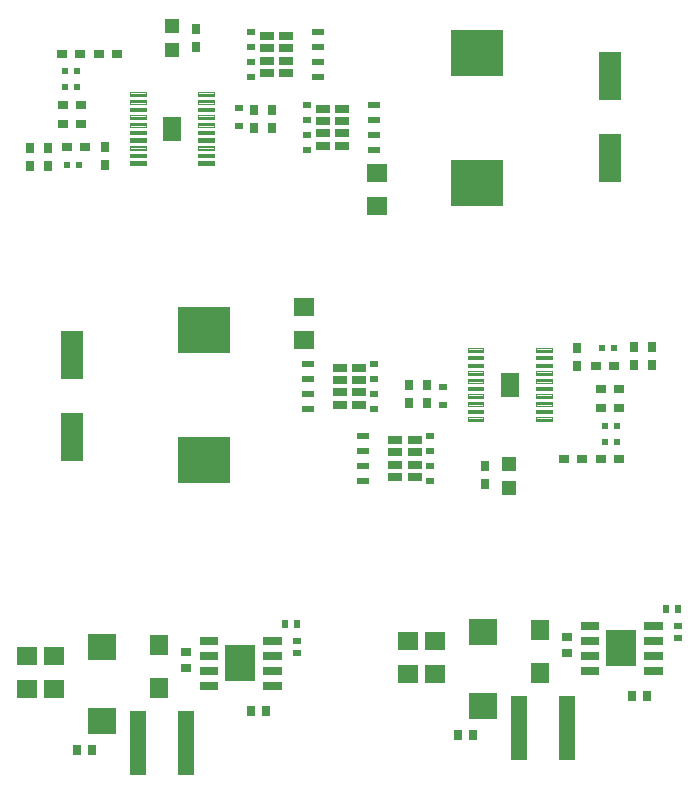
<source format=gbr>
G04 EAGLE Gerber RS-274X export*
G75*
%MOMM*%
%FSLAX34Y34*%
%LPD*%
%INSolderpaste Top*%
%IPPOS*%
%AMOC8*
5,1,8,0,0,1.08239X$1,22.5*%
G01*
%ADD10R,1.072000X0.562000*%
%ADD11R,0.766000X0.508000*%
%ADD12R,1.294000X0.746000*%
%ADD13R,1.500000X2.100000*%
%ADD14C,0.102500*%
%ADD15R,0.900000X0.800000*%
%ADD16R,0.600000X0.600000*%
%ADD17R,0.800000X0.900000*%
%ADD18R,1.300000X1.200000*%
%ADD19R,1.800000X1.600000*%
%ADD20R,1.900000X4.150000*%
%ADD21R,4.500000X4.000000*%
%ADD22R,0.800000X0.600000*%
%ADD23R,2.600000X3.100000*%
%ADD24C,0.060000*%
%ADD25R,0.900000X0.700000*%
%ADD26R,0.700000X0.900000*%
%ADD27R,1.630000X1.660000*%
%ADD28R,1.430000X5.500000*%
%ADD29R,2.350000X2.300000*%
%ADD30R,0.700000X0.600000*%
%ADD31R,0.600000X0.700000*%


D10*
X-1074396Y1667130D03*
X-1074396Y1679830D03*
X-1074396Y1692530D03*
X-1074396Y1705230D03*
D11*
X-1131066Y1667130D03*
X-1131066Y1679830D03*
X-1131066Y1692530D03*
X-1131066Y1705230D03*
D12*
X-1117906Y1680950D03*
X-1117906Y1691410D03*
X-1117906Y1670490D03*
X-1117906Y1701870D03*
X-1101466Y1701870D03*
X-1101466Y1691410D03*
X-1101466Y1680950D03*
X-1101466Y1670490D03*
D10*
X-1027228Y1605662D03*
X-1027228Y1618362D03*
X-1027228Y1631062D03*
X-1027228Y1643762D03*
D11*
X-1083898Y1605662D03*
X-1083898Y1618362D03*
X-1083898Y1631062D03*
X-1083898Y1643762D03*
D12*
X-1070738Y1619482D03*
X-1070738Y1629942D03*
X-1070738Y1609022D03*
X-1070738Y1640402D03*
X-1054298Y1640402D03*
X-1054298Y1629942D03*
X-1054298Y1619482D03*
X-1054298Y1609022D03*
D13*
X-1198360Y1623440D03*
D14*
X-1220522Y1651152D02*
X-1233898Y1651152D01*
X-1233898Y1654228D01*
X-1220522Y1654228D01*
X-1220522Y1651152D01*
X-1220522Y1652126D02*
X-1233898Y1652126D01*
X-1233898Y1653100D02*
X-1220522Y1653100D01*
X-1220522Y1654074D02*
X-1233898Y1654074D01*
X-1233898Y1644652D02*
X-1220522Y1644652D01*
X-1233898Y1644652D02*
X-1233898Y1647728D01*
X-1220522Y1647728D01*
X-1220522Y1644652D01*
X-1220522Y1645626D02*
X-1233898Y1645626D01*
X-1233898Y1646600D02*
X-1220522Y1646600D01*
X-1220522Y1647574D02*
X-1233898Y1647574D01*
X-1233898Y1638152D02*
X-1220522Y1638152D01*
X-1233898Y1638152D02*
X-1233898Y1641228D01*
X-1220522Y1641228D01*
X-1220522Y1638152D01*
X-1220522Y1639126D02*
X-1233898Y1639126D01*
X-1233898Y1640100D02*
X-1220522Y1640100D01*
X-1220522Y1641074D02*
X-1233898Y1641074D01*
X-1233898Y1631652D02*
X-1220522Y1631652D01*
X-1233898Y1631652D02*
X-1233898Y1634728D01*
X-1220522Y1634728D01*
X-1220522Y1631652D01*
X-1220522Y1632626D02*
X-1233898Y1632626D01*
X-1233898Y1633600D02*
X-1220522Y1633600D01*
X-1220522Y1634574D02*
X-1233898Y1634574D01*
X-1233898Y1625152D02*
X-1220522Y1625152D01*
X-1233898Y1625152D02*
X-1233898Y1628228D01*
X-1220522Y1628228D01*
X-1220522Y1625152D01*
X-1220522Y1626126D02*
X-1233898Y1626126D01*
X-1233898Y1627100D02*
X-1220522Y1627100D01*
X-1220522Y1628074D02*
X-1233898Y1628074D01*
X-1233898Y1618652D02*
X-1220522Y1618652D01*
X-1233898Y1618652D02*
X-1233898Y1621728D01*
X-1220522Y1621728D01*
X-1220522Y1618652D01*
X-1220522Y1619626D02*
X-1233898Y1619626D01*
X-1233898Y1620600D02*
X-1220522Y1620600D01*
X-1220522Y1621574D02*
X-1233898Y1621574D01*
X-1233898Y1612152D02*
X-1220522Y1612152D01*
X-1233898Y1612152D02*
X-1233898Y1615228D01*
X-1220522Y1615228D01*
X-1220522Y1612152D01*
X-1220522Y1613126D02*
X-1233898Y1613126D01*
X-1233898Y1614100D02*
X-1220522Y1614100D01*
X-1220522Y1615074D02*
X-1233898Y1615074D01*
X-1233898Y1605652D02*
X-1220522Y1605652D01*
X-1233898Y1605652D02*
X-1233898Y1608728D01*
X-1220522Y1608728D01*
X-1220522Y1605652D01*
X-1220522Y1606626D02*
X-1233898Y1606626D01*
X-1233898Y1607600D02*
X-1220522Y1607600D01*
X-1220522Y1608574D02*
X-1233898Y1608574D01*
X-1233898Y1599152D02*
X-1220522Y1599152D01*
X-1233898Y1599152D02*
X-1233898Y1602228D01*
X-1220522Y1602228D01*
X-1220522Y1599152D01*
X-1220522Y1600126D02*
X-1233898Y1600126D01*
X-1233898Y1601100D02*
X-1220522Y1601100D01*
X-1220522Y1602074D02*
X-1233898Y1602074D01*
X-1233898Y1592652D02*
X-1220522Y1592652D01*
X-1233898Y1592652D02*
X-1233898Y1595728D01*
X-1220522Y1595728D01*
X-1220522Y1592652D01*
X-1220522Y1593626D02*
X-1233898Y1593626D01*
X-1233898Y1594600D02*
X-1220522Y1594600D01*
X-1220522Y1595574D02*
X-1233898Y1595574D01*
X-1176198Y1592652D02*
X-1162822Y1592652D01*
X-1176198Y1592652D02*
X-1176198Y1595728D01*
X-1162822Y1595728D01*
X-1162822Y1592652D01*
X-1162822Y1593626D02*
X-1176198Y1593626D01*
X-1176198Y1594600D02*
X-1162822Y1594600D01*
X-1162822Y1595574D02*
X-1176198Y1595574D01*
X-1176198Y1599152D02*
X-1162822Y1599152D01*
X-1176198Y1599152D02*
X-1176198Y1602228D01*
X-1162822Y1602228D01*
X-1162822Y1599152D01*
X-1162822Y1600126D02*
X-1176198Y1600126D01*
X-1176198Y1601100D02*
X-1162822Y1601100D01*
X-1162822Y1602074D02*
X-1176198Y1602074D01*
X-1176198Y1605652D02*
X-1162822Y1605652D01*
X-1176198Y1605652D02*
X-1176198Y1608728D01*
X-1162822Y1608728D01*
X-1162822Y1605652D01*
X-1162822Y1606626D02*
X-1176198Y1606626D01*
X-1176198Y1607600D02*
X-1162822Y1607600D01*
X-1162822Y1608574D02*
X-1176198Y1608574D01*
X-1176198Y1612152D02*
X-1162822Y1612152D01*
X-1176198Y1612152D02*
X-1176198Y1615228D01*
X-1162822Y1615228D01*
X-1162822Y1612152D01*
X-1162822Y1613126D02*
X-1176198Y1613126D01*
X-1176198Y1614100D02*
X-1162822Y1614100D01*
X-1162822Y1615074D02*
X-1176198Y1615074D01*
X-1176198Y1618652D02*
X-1162822Y1618652D01*
X-1176198Y1618652D02*
X-1176198Y1621728D01*
X-1162822Y1621728D01*
X-1162822Y1618652D01*
X-1162822Y1619626D02*
X-1176198Y1619626D01*
X-1176198Y1620600D02*
X-1162822Y1620600D01*
X-1162822Y1621574D02*
X-1176198Y1621574D01*
X-1176198Y1625152D02*
X-1162822Y1625152D01*
X-1176198Y1625152D02*
X-1176198Y1628228D01*
X-1162822Y1628228D01*
X-1162822Y1625152D01*
X-1162822Y1626126D02*
X-1176198Y1626126D01*
X-1176198Y1627100D02*
X-1162822Y1627100D01*
X-1162822Y1628074D02*
X-1176198Y1628074D01*
X-1176198Y1631652D02*
X-1162822Y1631652D01*
X-1176198Y1631652D02*
X-1176198Y1634728D01*
X-1162822Y1634728D01*
X-1162822Y1631652D01*
X-1162822Y1632626D02*
X-1176198Y1632626D01*
X-1176198Y1633600D02*
X-1162822Y1633600D01*
X-1162822Y1634574D02*
X-1176198Y1634574D01*
X-1176198Y1638152D02*
X-1162822Y1638152D01*
X-1176198Y1638152D02*
X-1176198Y1641228D01*
X-1162822Y1641228D01*
X-1162822Y1638152D01*
X-1162822Y1639126D02*
X-1176198Y1639126D01*
X-1176198Y1640100D02*
X-1162822Y1640100D01*
X-1162822Y1641074D02*
X-1176198Y1641074D01*
X-1176198Y1644652D02*
X-1162822Y1644652D01*
X-1176198Y1644652D02*
X-1176198Y1647728D01*
X-1162822Y1647728D01*
X-1162822Y1644652D01*
X-1162822Y1645626D02*
X-1176198Y1645626D01*
X-1176198Y1646600D02*
X-1162822Y1646600D01*
X-1162822Y1647574D02*
X-1176198Y1647574D01*
X-1176198Y1651152D02*
X-1162822Y1651152D01*
X-1176198Y1651152D02*
X-1176198Y1654228D01*
X-1162822Y1654228D01*
X-1162822Y1651152D01*
X-1162822Y1652126D02*
X-1176198Y1652126D01*
X-1176198Y1653100D02*
X-1162822Y1653100D01*
X-1162822Y1654074D02*
X-1176198Y1654074D01*
D15*
X-1275600Y1627570D03*
X-1290840Y1627570D03*
X-1275600Y1643534D03*
X-1290840Y1643534D03*
D16*
X-1289038Y1671966D03*
X-1278878Y1671966D03*
D15*
X-1259828Y1686228D03*
X-1244588Y1686228D03*
X-1291324Y1686266D03*
X-1276084Y1686266D03*
D16*
X-1278902Y1658876D03*
X-1289062Y1658876D03*
D17*
X-1177544Y1692656D03*
X-1177544Y1707896D03*
D18*
X-1198118Y1690370D03*
X-1198118Y1710690D03*
D17*
X-1255268Y1592834D03*
X-1255268Y1608074D03*
D16*
X-1287018Y1592834D03*
X-1276858Y1592834D03*
D15*
X-1287018Y1608074D03*
X-1271778Y1608074D03*
D19*
X-1024636Y1558006D03*
X-1024636Y1586006D03*
D17*
X-1303528Y1606804D03*
X-1303528Y1591564D03*
X-1318768Y1591564D03*
X-1318768Y1606804D03*
D20*
X-827786Y1598216D03*
X-827786Y1667716D03*
D21*
X-939800Y1687204D03*
X-939800Y1577204D03*
D22*
X-1141730Y1640720D03*
X-1141730Y1625720D03*
D17*
X-1113282Y1639062D03*
X-1113282Y1623822D03*
X-1128522Y1639316D03*
X-1128522Y1624076D03*
D10*
X-1036344Y1363090D03*
X-1036344Y1350390D03*
X-1036344Y1337690D03*
X-1036344Y1324990D03*
D11*
X-979674Y1363090D03*
X-979674Y1350390D03*
X-979674Y1337690D03*
X-979674Y1324990D03*
D12*
X-992834Y1349270D03*
X-992834Y1338810D03*
X-992834Y1359730D03*
X-992834Y1328350D03*
X-1009274Y1328350D03*
X-1009274Y1338810D03*
X-1009274Y1349270D03*
X-1009274Y1359730D03*
D10*
X-1083512Y1424558D03*
X-1083512Y1411858D03*
X-1083512Y1399158D03*
X-1083512Y1386458D03*
D11*
X-1026842Y1424558D03*
X-1026842Y1411858D03*
X-1026842Y1399158D03*
X-1026842Y1386458D03*
D12*
X-1040002Y1410738D03*
X-1040002Y1400278D03*
X-1040002Y1421198D03*
X-1040002Y1389818D03*
X-1056442Y1389818D03*
X-1056442Y1400278D03*
X-1056442Y1410738D03*
X-1056442Y1421198D03*
D13*
X-912380Y1406780D03*
D14*
X-890218Y1379068D02*
X-876842Y1379068D01*
X-876842Y1375992D01*
X-890218Y1375992D01*
X-890218Y1379068D01*
X-890218Y1376966D02*
X-876842Y1376966D01*
X-876842Y1377940D02*
X-890218Y1377940D01*
X-890218Y1378914D02*
X-876842Y1378914D01*
X-876842Y1385568D02*
X-890218Y1385568D01*
X-876842Y1385568D02*
X-876842Y1382492D01*
X-890218Y1382492D01*
X-890218Y1385568D01*
X-890218Y1383466D02*
X-876842Y1383466D01*
X-876842Y1384440D02*
X-890218Y1384440D01*
X-890218Y1385414D02*
X-876842Y1385414D01*
X-876842Y1392068D02*
X-890218Y1392068D01*
X-876842Y1392068D02*
X-876842Y1388992D01*
X-890218Y1388992D01*
X-890218Y1392068D01*
X-890218Y1389966D02*
X-876842Y1389966D01*
X-876842Y1390940D02*
X-890218Y1390940D01*
X-890218Y1391914D02*
X-876842Y1391914D01*
X-876842Y1398568D02*
X-890218Y1398568D01*
X-876842Y1398568D02*
X-876842Y1395492D01*
X-890218Y1395492D01*
X-890218Y1398568D01*
X-890218Y1396466D02*
X-876842Y1396466D01*
X-876842Y1397440D02*
X-890218Y1397440D01*
X-890218Y1398414D02*
X-876842Y1398414D01*
X-876842Y1405068D02*
X-890218Y1405068D01*
X-876842Y1405068D02*
X-876842Y1401992D01*
X-890218Y1401992D01*
X-890218Y1405068D01*
X-890218Y1402966D02*
X-876842Y1402966D01*
X-876842Y1403940D02*
X-890218Y1403940D01*
X-890218Y1404914D02*
X-876842Y1404914D01*
X-876842Y1411568D02*
X-890218Y1411568D01*
X-876842Y1411568D02*
X-876842Y1408492D01*
X-890218Y1408492D01*
X-890218Y1411568D01*
X-890218Y1409466D02*
X-876842Y1409466D01*
X-876842Y1410440D02*
X-890218Y1410440D01*
X-890218Y1411414D02*
X-876842Y1411414D01*
X-876842Y1418068D02*
X-890218Y1418068D01*
X-876842Y1418068D02*
X-876842Y1414992D01*
X-890218Y1414992D01*
X-890218Y1418068D01*
X-890218Y1415966D02*
X-876842Y1415966D01*
X-876842Y1416940D02*
X-890218Y1416940D01*
X-890218Y1417914D02*
X-876842Y1417914D01*
X-876842Y1424568D02*
X-890218Y1424568D01*
X-876842Y1424568D02*
X-876842Y1421492D01*
X-890218Y1421492D01*
X-890218Y1424568D01*
X-890218Y1422466D02*
X-876842Y1422466D01*
X-876842Y1423440D02*
X-890218Y1423440D01*
X-890218Y1424414D02*
X-876842Y1424414D01*
X-876842Y1431068D02*
X-890218Y1431068D01*
X-876842Y1431068D02*
X-876842Y1427992D01*
X-890218Y1427992D01*
X-890218Y1431068D01*
X-890218Y1428966D02*
X-876842Y1428966D01*
X-876842Y1429940D02*
X-890218Y1429940D01*
X-890218Y1430914D02*
X-876842Y1430914D01*
X-876842Y1437568D02*
X-890218Y1437568D01*
X-876842Y1437568D02*
X-876842Y1434492D01*
X-890218Y1434492D01*
X-890218Y1437568D01*
X-890218Y1435466D02*
X-876842Y1435466D01*
X-876842Y1436440D02*
X-890218Y1436440D01*
X-890218Y1437414D02*
X-876842Y1437414D01*
X-934542Y1437568D02*
X-947918Y1437568D01*
X-934542Y1437568D02*
X-934542Y1434492D01*
X-947918Y1434492D01*
X-947918Y1437568D01*
X-947918Y1435466D02*
X-934542Y1435466D01*
X-934542Y1436440D02*
X-947918Y1436440D01*
X-947918Y1437414D02*
X-934542Y1437414D01*
X-934542Y1431068D02*
X-947918Y1431068D01*
X-934542Y1431068D02*
X-934542Y1427992D01*
X-947918Y1427992D01*
X-947918Y1431068D01*
X-947918Y1428966D02*
X-934542Y1428966D01*
X-934542Y1429940D02*
X-947918Y1429940D01*
X-947918Y1430914D02*
X-934542Y1430914D01*
X-934542Y1424568D02*
X-947918Y1424568D01*
X-934542Y1424568D02*
X-934542Y1421492D01*
X-947918Y1421492D01*
X-947918Y1424568D01*
X-947918Y1422466D02*
X-934542Y1422466D01*
X-934542Y1423440D02*
X-947918Y1423440D01*
X-947918Y1424414D02*
X-934542Y1424414D01*
X-934542Y1418068D02*
X-947918Y1418068D01*
X-934542Y1418068D02*
X-934542Y1414992D01*
X-947918Y1414992D01*
X-947918Y1418068D01*
X-947918Y1415966D02*
X-934542Y1415966D01*
X-934542Y1416940D02*
X-947918Y1416940D01*
X-947918Y1417914D02*
X-934542Y1417914D01*
X-934542Y1411568D02*
X-947918Y1411568D01*
X-934542Y1411568D02*
X-934542Y1408492D01*
X-947918Y1408492D01*
X-947918Y1411568D01*
X-947918Y1409466D02*
X-934542Y1409466D01*
X-934542Y1410440D02*
X-947918Y1410440D01*
X-947918Y1411414D02*
X-934542Y1411414D01*
X-934542Y1405068D02*
X-947918Y1405068D01*
X-934542Y1405068D02*
X-934542Y1401992D01*
X-947918Y1401992D01*
X-947918Y1405068D01*
X-947918Y1402966D02*
X-934542Y1402966D01*
X-934542Y1403940D02*
X-947918Y1403940D01*
X-947918Y1404914D02*
X-934542Y1404914D01*
X-934542Y1398568D02*
X-947918Y1398568D01*
X-934542Y1398568D02*
X-934542Y1395492D01*
X-947918Y1395492D01*
X-947918Y1398568D01*
X-947918Y1396466D02*
X-934542Y1396466D01*
X-934542Y1397440D02*
X-947918Y1397440D01*
X-947918Y1398414D02*
X-934542Y1398414D01*
X-934542Y1392068D02*
X-947918Y1392068D01*
X-934542Y1392068D02*
X-934542Y1388992D01*
X-947918Y1388992D01*
X-947918Y1392068D01*
X-947918Y1389966D02*
X-934542Y1389966D01*
X-934542Y1390940D02*
X-947918Y1390940D01*
X-947918Y1391914D02*
X-934542Y1391914D01*
X-934542Y1385568D02*
X-947918Y1385568D01*
X-934542Y1385568D02*
X-934542Y1382492D01*
X-947918Y1382492D01*
X-947918Y1385568D01*
X-947918Y1383466D02*
X-934542Y1383466D01*
X-934542Y1384440D02*
X-947918Y1384440D01*
X-947918Y1385414D02*
X-934542Y1385414D01*
X-934542Y1379068D02*
X-947918Y1379068D01*
X-934542Y1379068D02*
X-934542Y1375992D01*
X-947918Y1375992D01*
X-947918Y1379068D01*
X-947918Y1376966D02*
X-934542Y1376966D01*
X-934542Y1377940D02*
X-947918Y1377940D01*
X-947918Y1378914D02*
X-934542Y1378914D01*
D15*
X-835140Y1402650D03*
X-819900Y1402650D03*
X-835140Y1386686D03*
X-819900Y1386686D03*
D16*
X-821702Y1358254D03*
X-831862Y1358254D03*
D15*
X-850912Y1343992D03*
X-866152Y1343992D03*
X-819416Y1343954D03*
X-834656Y1343954D03*
D16*
X-831838Y1371344D03*
X-821678Y1371344D03*
D17*
X-933196Y1337564D03*
X-933196Y1322324D03*
D18*
X-912622Y1339850D03*
X-912622Y1319530D03*
D17*
X-855472Y1437386D03*
X-855472Y1422146D03*
D16*
X-823722Y1437386D03*
X-833882Y1437386D03*
D15*
X-823722Y1422146D03*
X-838962Y1422146D03*
D19*
X-1086104Y1472214D03*
X-1086104Y1444214D03*
D17*
X-807212Y1423416D03*
X-807212Y1438656D03*
X-791972Y1438656D03*
X-791972Y1423416D03*
D20*
X-1282954Y1432004D03*
X-1282954Y1362504D03*
D21*
X-1170940Y1343016D03*
X-1170940Y1453016D03*
D22*
X-969010Y1389500D03*
X-969010Y1404500D03*
D17*
X-997458Y1391158D03*
X-997458Y1406398D03*
X-982218Y1390904D03*
X-982218Y1406144D03*
D23*
X-1140460Y1170940D03*
D24*
X-1120910Y1154590D02*
X-1106010Y1154590D01*
X-1106010Y1149190D01*
X-1120910Y1149190D01*
X-1120910Y1154590D01*
X-1120910Y1149760D02*
X-1106010Y1149760D01*
X-1106010Y1150330D02*
X-1120910Y1150330D01*
X-1120910Y1150900D02*
X-1106010Y1150900D01*
X-1106010Y1151470D02*
X-1120910Y1151470D01*
X-1120910Y1152040D02*
X-1106010Y1152040D01*
X-1106010Y1152610D02*
X-1120910Y1152610D01*
X-1120910Y1153180D02*
X-1106010Y1153180D01*
X-1106010Y1153750D02*
X-1120910Y1153750D01*
X-1120910Y1154320D02*
X-1106010Y1154320D01*
X-1106010Y1167290D02*
X-1120910Y1167290D01*
X-1106010Y1167290D02*
X-1106010Y1161890D01*
X-1120910Y1161890D01*
X-1120910Y1167290D01*
X-1120910Y1162460D02*
X-1106010Y1162460D01*
X-1106010Y1163030D02*
X-1120910Y1163030D01*
X-1120910Y1163600D02*
X-1106010Y1163600D01*
X-1106010Y1164170D02*
X-1120910Y1164170D01*
X-1120910Y1164740D02*
X-1106010Y1164740D01*
X-1106010Y1165310D02*
X-1120910Y1165310D01*
X-1120910Y1165880D02*
X-1106010Y1165880D01*
X-1106010Y1166450D02*
X-1120910Y1166450D01*
X-1120910Y1167020D02*
X-1106010Y1167020D01*
X-1106010Y1179990D02*
X-1120910Y1179990D01*
X-1106010Y1179990D02*
X-1106010Y1174590D01*
X-1120910Y1174590D01*
X-1120910Y1179990D01*
X-1120910Y1175160D02*
X-1106010Y1175160D01*
X-1106010Y1175730D02*
X-1120910Y1175730D01*
X-1120910Y1176300D02*
X-1106010Y1176300D01*
X-1106010Y1176870D02*
X-1120910Y1176870D01*
X-1120910Y1177440D02*
X-1106010Y1177440D01*
X-1106010Y1178010D02*
X-1120910Y1178010D01*
X-1120910Y1178580D02*
X-1106010Y1178580D01*
X-1106010Y1179150D02*
X-1120910Y1179150D01*
X-1120910Y1179720D02*
X-1106010Y1179720D01*
X-1106010Y1192690D02*
X-1120910Y1192690D01*
X-1106010Y1192690D02*
X-1106010Y1187290D01*
X-1120910Y1187290D01*
X-1120910Y1192690D01*
X-1120910Y1187860D02*
X-1106010Y1187860D01*
X-1106010Y1188430D02*
X-1120910Y1188430D01*
X-1120910Y1189000D02*
X-1106010Y1189000D01*
X-1106010Y1189570D02*
X-1120910Y1189570D01*
X-1120910Y1190140D02*
X-1106010Y1190140D01*
X-1106010Y1190710D02*
X-1120910Y1190710D01*
X-1120910Y1191280D02*
X-1106010Y1191280D01*
X-1106010Y1191850D02*
X-1120910Y1191850D01*
X-1120910Y1192420D02*
X-1106010Y1192420D01*
X-1160010Y1192690D02*
X-1174910Y1192690D01*
X-1160010Y1192690D02*
X-1160010Y1187290D01*
X-1174910Y1187290D01*
X-1174910Y1192690D01*
X-1174910Y1187860D02*
X-1160010Y1187860D01*
X-1160010Y1188430D02*
X-1174910Y1188430D01*
X-1174910Y1189000D02*
X-1160010Y1189000D01*
X-1160010Y1189570D02*
X-1174910Y1189570D01*
X-1174910Y1190140D02*
X-1160010Y1190140D01*
X-1160010Y1190710D02*
X-1174910Y1190710D01*
X-1174910Y1191280D02*
X-1160010Y1191280D01*
X-1160010Y1191850D02*
X-1174910Y1191850D01*
X-1174910Y1192420D02*
X-1160010Y1192420D01*
X-1160010Y1179990D02*
X-1174910Y1179990D01*
X-1160010Y1179990D02*
X-1160010Y1174590D01*
X-1174910Y1174590D01*
X-1174910Y1179990D01*
X-1174910Y1175160D02*
X-1160010Y1175160D01*
X-1160010Y1175730D02*
X-1174910Y1175730D01*
X-1174910Y1176300D02*
X-1160010Y1176300D01*
X-1160010Y1176870D02*
X-1174910Y1176870D01*
X-1174910Y1177440D02*
X-1160010Y1177440D01*
X-1160010Y1178010D02*
X-1174910Y1178010D01*
X-1174910Y1178580D02*
X-1160010Y1178580D01*
X-1160010Y1179150D02*
X-1174910Y1179150D01*
X-1174910Y1179720D02*
X-1160010Y1179720D01*
X-1160010Y1167290D02*
X-1174910Y1167290D01*
X-1160010Y1167290D02*
X-1160010Y1161890D01*
X-1174910Y1161890D01*
X-1174910Y1167290D01*
X-1174910Y1162460D02*
X-1160010Y1162460D01*
X-1160010Y1163030D02*
X-1174910Y1163030D01*
X-1174910Y1163600D02*
X-1160010Y1163600D01*
X-1160010Y1164170D02*
X-1174910Y1164170D01*
X-1174910Y1164740D02*
X-1160010Y1164740D01*
X-1160010Y1165310D02*
X-1174910Y1165310D01*
X-1174910Y1165880D02*
X-1160010Y1165880D01*
X-1160010Y1166450D02*
X-1174910Y1166450D01*
X-1174910Y1167020D02*
X-1160010Y1167020D01*
X-1160010Y1154590D02*
X-1174910Y1154590D01*
X-1160010Y1154590D02*
X-1160010Y1149190D01*
X-1174910Y1149190D01*
X-1174910Y1154590D01*
X-1174910Y1149760D02*
X-1160010Y1149760D01*
X-1160010Y1150330D02*
X-1174910Y1150330D01*
X-1174910Y1150900D02*
X-1160010Y1150900D01*
X-1160010Y1151470D02*
X-1174910Y1151470D01*
X-1174910Y1152040D02*
X-1160010Y1152040D01*
X-1160010Y1152610D02*
X-1174910Y1152610D01*
X-1174910Y1153180D02*
X-1160010Y1153180D01*
X-1160010Y1153750D02*
X-1174910Y1153750D01*
X-1174910Y1154320D02*
X-1160010Y1154320D01*
D19*
X-1297940Y1149320D03*
X-1297940Y1177320D03*
X-1320800Y1149320D03*
X-1320800Y1177320D03*
D25*
X-1186180Y1166980D03*
X-1186180Y1179980D03*
D26*
X-1118720Y1130300D03*
X-1131720Y1130300D03*
D27*
X-1209040Y1150150D03*
X-1209040Y1186650D03*
D28*
X-1186300Y1103630D03*
X-1226700Y1103630D03*
D29*
X-1257300Y1121660D03*
X-1257300Y1184660D03*
D26*
X-1266040Y1097280D03*
X-1279040Y1097280D03*
D30*
X-1092200Y1189910D03*
X-1092200Y1179910D03*
D31*
X-1102280Y1203960D03*
X-1092280Y1203960D03*
D23*
X-817880Y1183640D03*
D24*
X-798330Y1167290D02*
X-783430Y1167290D01*
X-783430Y1161890D01*
X-798330Y1161890D01*
X-798330Y1167290D01*
X-798330Y1162460D02*
X-783430Y1162460D01*
X-783430Y1163030D02*
X-798330Y1163030D01*
X-798330Y1163600D02*
X-783430Y1163600D01*
X-783430Y1164170D02*
X-798330Y1164170D01*
X-798330Y1164740D02*
X-783430Y1164740D01*
X-783430Y1165310D02*
X-798330Y1165310D01*
X-798330Y1165880D02*
X-783430Y1165880D01*
X-783430Y1166450D02*
X-798330Y1166450D01*
X-798330Y1167020D02*
X-783430Y1167020D01*
X-783430Y1179990D02*
X-798330Y1179990D01*
X-783430Y1179990D02*
X-783430Y1174590D01*
X-798330Y1174590D01*
X-798330Y1179990D01*
X-798330Y1175160D02*
X-783430Y1175160D01*
X-783430Y1175730D02*
X-798330Y1175730D01*
X-798330Y1176300D02*
X-783430Y1176300D01*
X-783430Y1176870D02*
X-798330Y1176870D01*
X-798330Y1177440D02*
X-783430Y1177440D01*
X-783430Y1178010D02*
X-798330Y1178010D01*
X-798330Y1178580D02*
X-783430Y1178580D01*
X-783430Y1179150D02*
X-798330Y1179150D01*
X-798330Y1179720D02*
X-783430Y1179720D01*
X-783430Y1192690D02*
X-798330Y1192690D01*
X-783430Y1192690D02*
X-783430Y1187290D01*
X-798330Y1187290D01*
X-798330Y1192690D01*
X-798330Y1187860D02*
X-783430Y1187860D01*
X-783430Y1188430D02*
X-798330Y1188430D01*
X-798330Y1189000D02*
X-783430Y1189000D01*
X-783430Y1189570D02*
X-798330Y1189570D01*
X-798330Y1190140D02*
X-783430Y1190140D01*
X-783430Y1190710D02*
X-798330Y1190710D01*
X-798330Y1191280D02*
X-783430Y1191280D01*
X-783430Y1191850D02*
X-798330Y1191850D01*
X-798330Y1192420D02*
X-783430Y1192420D01*
X-783430Y1205390D02*
X-798330Y1205390D01*
X-783430Y1205390D02*
X-783430Y1199990D01*
X-798330Y1199990D01*
X-798330Y1205390D01*
X-798330Y1200560D02*
X-783430Y1200560D01*
X-783430Y1201130D02*
X-798330Y1201130D01*
X-798330Y1201700D02*
X-783430Y1201700D01*
X-783430Y1202270D02*
X-798330Y1202270D01*
X-798330Y1202840D02*
X-783430Y1202840D01*
X-783430Y1203410D02*
X-798330Y1203410D01*
X-798330Y1203980D02*
X-783430Y1203980D01*
X-783430Y1204550D02*
X-798330Y1204550D01*
X-798330Y1205120D02*
X-783430Y1205120D01*
X-837430Y1205390D02*
X-852330Y1205390D01*
X-837430Y1205390D02*
X-837430Y1199990D01*
X-852330Y1199990D01*
X-852330Y1205390D01*
X-852330Y1200560D02*
X-837430Y1200560D01*
X-837430Y1201130D02*
X-852330Y1201130D01*
X-852330Y1201700D02*
X-837430Y1201700D01*
X-837430Y1202270D02*
X-852330Y1202270D01*
X-852330Y1202840D02*
X-837430Y1202840D01*
X-837430Y1203410D02*
X-852330Y1203410D01*
X-852330Y1203980D02*
X-837430Y1203980D01*
X-837430Y1204550D02*
X-852330Y1204550D01*
X-852330Y1205120D02*
X-837430Y1205120D01*
X-837430Y1192690D02*
X-852330Y1192690D01*
X-837430Y1192690D02*
X-837430Y1187290D01*
X-852330Y1187290D01*
X-852330Y1192690D01*
X-852330Y1187860D02*
X-837430Y1187860D01*
X-837430Y1188430D02*
X-852330Y1188430D01*
X-852330Y1189000D02*
X-837430Y1189000D01*
X-837430Y1189570D02*
X-852330Y1189570D01*
X-852330Y1190140D02*
X-837430Y1190140D01*
X-837430Y1190710D02*
X-852330Y1190710D01*
X-852330Y1191280D02*
X-837430Y1191280D01*
X-837430Y1191850D02*
X-852330Y1191850D01*
X-852330Y1192420D02*
X-837430Y1192420D01*
X-837430Y1179990D02*
X-852330Y1179990D01*
X-837430Y1179990D02*
X-837430Y1174590D01*
X-852330Y1174590D01*
X-852330Y1179990D01*
X-852330Y1175160D02*
X-837430Y1175160D01*
X-837430Y1175730D02*
X-852330Y1175730D01*
X-852330Y1176300D02*
X-837430Y1176300D01*
X-837430Y1176870D02*
X-852330Y1176870D01*
X-852330Y1177440D02*
X-837430Y1177440D01*
X-837430Y1178010D02*
X-852330Y1178010D01*
X-852330Y1178580D02*
X-837430Y1178580D01*
X-837430Y1179150D02*
X-852330Y1179150D01*
X-852330Y1179720D02*
X-837430Y1179720D01*
X-837430Y1167290D02*
X-852330Y1167290D01*
X-837430Y1167290D02*
X-837430Y1161890D01*
X-852330Y1161890D01*
X-852330Y1167290D01*
X-852330Y1162460D02*
X-837430Y1162460D01*
X-837430Y1163030D02*
X-852330Y1163030D01*
X-852330Y1163600D02*
X-837430Y1163600D01*
X-837430Y1164170D02*
X-852330Y1164170D01*
X-852330Y1164740D02*
X-837430Y1164740D01*
X-837430Y1165310D02*
X-852330Y1165310D01*
X-852330Y1165880D02*
X-837430Y1165880D01*
X-837430Y1166450D02*
X-852330Y1166450D01*
X-852330Y1167020D02*
X-837430Y1167020D01*
D19*
X-975360Y1162020D03*
X-975360Y1190020D03*
X-998220Y1162020D03*
X-998220Y1190020D03*
D25*
X-863600Y1179680D03*
X-863600Y1192680D03*
D26*
X-796140Y1143000D03*
X-809140Y1143000D03*
D27*
X-886460Y1162850D03*
X-886460Y1199350D03*
D28*
X-863720Y1116330D03*
X-904120Y1116330D03*
D29*
X-934720Y1134360D03*
X-934720Y1197360D03*
D26*
X-943460Y1109980D03*
X-956460Y1109980D03*
D30*
X-769620Y1202610D03*
X-769620Y1192610D03*
D31*
X-779700Y1216660D03*
X-769700Y1216660D03*
M02*

</source>
